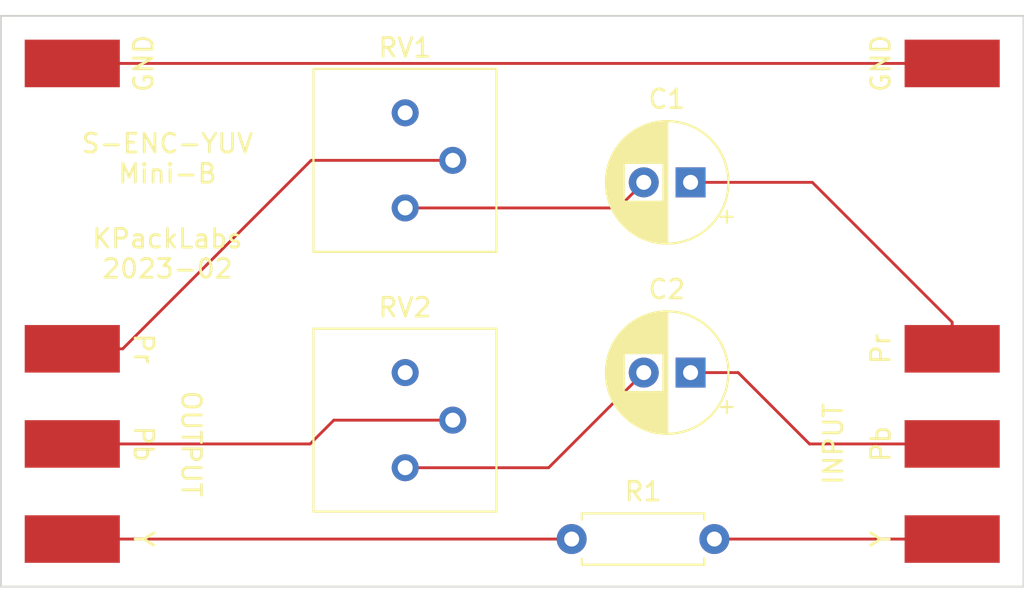
<source format=kicad_pcb>
(kicad_pcb (version 20171130) (host pcbnew "(5.1.5)-3")

  (general
    (thickness 1.6)
    (drawings 14)
    (tracks 20)
    (zones 0)
    (modules 13)
    (nets 12)
  )

  (page A4)
  (layers
    (0 Top signal)
    (31 Bottom signal)
    (34 B.Paste user)
    (35 F.Paste user)
    (36 B.SilkS user)
    (37 F.SilkS user)
    (38 B.Mask user)
    (39 F.Mask user)
    (40 Dwgs.User user)
    (41 Cmts.User user)
    (42 Eco1.User user)
    (43 Eco2.User user)
    (44 Edge.Cuts user)
    (45 Margin user)
    (46 B.CrtYd user)
    (47 F.CrtYd user)
    (48 B.Fab user)
    (49 F.Fab user)
  )

  (setup
    (last_trace_width 0.1524)
    (trace_clearance 0.1524)
    (zone_clearance 0.508)
    (zone_45_only no)
    (trace_min 0.1524)
    (via_size 0.508)
    (via_drill 0.254)
    (via_min_size 0.508)
    (via_min_drill 0.254)
    (uvia_size 0.508)
    (uvia_drill 0.254)
    (uvias_allowed no)
    (uvia_min_size 0.2)
    (uvia_min_drill 0.1)
    (edge_width 0.15)
    (segment_width 0.2)
    (pcb_text_width 0.3)
    (pcb_text_size 1.5 1.5)
    (mod_edge_width 0.15)
    (mod_text_size 1 1)
    (mod_text_width 0.15)
    (pad_size 1.524 1.524)
    (pad_drill 0.762)
    (pad_to_mask_clearance 0.0508)
    (aux_axis_origin 0 0)
    (visible_elements 7FFFFFFF)
    (pcbplotparams
      (layerselection 0x010fc_ffffffff)
      (usegerberextensions false)
      (usegerberattributes false)
      (usegerberadvancedattributes false)
      (creategerberjobfile false)
      (excludeedgelayer true)
      (linewidth 0.100000)
      (plotframeref false)
      (viasonmask false)
      (mode 1)
      (useauxorigin false)
      (hpglpennumber 1)
      (hpglpenspeed 20)
      (hpglpendiameter 15.000000)
      (psnegative false)
      (psa4output false)
      (plotreference true)
      (plotvalue true)
      (plotinvisibletext false)
      (padsonsilk false)
      (subtractmaskfromsilk false)
      (outputformat 1)
      (mirror false)
      (drillshape 1)
      (scaleselection 1)
      (outputdirectory ""))
  )

  (net 0 "")
  (net 1 "Net-(C1-Pad2)")
  (net 2 "Net-(C1-Pad1)")
  (net 3 "Net-(C2-Pad2)")
  (net 4 "Net-(C2-Pad1)")
  (net 5 GND)
  (net 6 "Net-(J4-Pad1)")
  (net 7 "Net-(J6-Pad1)")
  (net 8 "Net-(J7-Pad1)")
  (net 9 "Net-(J8-Pad1)")
  (net 10 "Net-(RV1-Pad3)")
  (net 11 "Net-(RV2-Pad3)")

  (net_class Default "This is the default net class."
    (clearance 0.1524)
    (trace_width 0.1524)
    (via_dia 0.508)
    (via_drill 0.254)
    (uvia_dia 0.508)
    (uvia_drill 0.254)
    (diff_pair_width 0.1524)
    (diff_pair_gap 0.1524)
    (add_net GND)
    (add_net "Net-(C1-Pad1)")
    (add_net "Net-(C1-Pad2)")
    (add_net "Net-(C2-Pad1)")
    (add_net "Net-(C2-Pad2)")
    (add_net "Net-(J4-Pad1)")
    (add_net "Net-(J6-Pad1)")
    (add_net "Net-(J7-Pad1)")
    (add_net "Net-(J8-Pad1)")
    (add_net "Net-(RV1-Pad3)")
    (add_net "Net-(RV2-Pad3)")
  )

  (module Connector_Wire:SolderWirePad_1x01_SMD_5x10mm (layer Top) (tedit 63F2BBFE) (tstamp 63F3152B)
    (at 67.31 66.04)
    (descr "Wire Pad, Square, SMD Pad,  5mm x 10mm,")
    (tags "MesurementPoint Square SMDPad 5mmx10mm ")
    (path /63F38233)
    (attr smd virtual)
    (fp_text reference J8 (at 0 -2.54) (layer F.Fab)
      (effects (font (size 1 1) (thickness 0.15)))
    )
    (fp_text value "Y out" (at 0 2.54) (layer F.Fab)
      (effects (font (size 1 1) (thickness 0.15)))
    )
    (fp_line (start -2.75 -1.524) (end -2.75 1.524) (layer F.CrtYd) (width 0.05))
    (fp_line (start -2.75 1.524) (end 2.75 1.524) (layer F.CrtYd) (width 0.05))
    (fp_line (start 2.75 1.524) (end 2.75 -1.524) (layer F.CrtYd) (width 0.05))
    (fp_line (start 2.75 -1.524) (end -2.75 -1.524) (layer F.CrtYd) (width 0.05))
    (fp_text user %R (at 0 0) (layer F.Fab)
      (effects (font (size 1 1) (thickness 0.15)))
    )
    (pad 1 smd rect (at 0 0) (size 5.08 2.54) (layers Top F.Paste F.Mask)
      (net 9 "Net-(J8-Pad1)"))
  )

  (module Connector_Wire:SolderWirePad_1x01_SMD_5x10mm (layer Top) (tedit 63F2BBDE) (tstamp 63F3150D)
    (at 67.31 40.64)
    (descr "Wire Pad, Square, SMD Pad,  5mm x 10mm,")
    (tags "MesurementPoint Square SMDPad 5mmx10mm ")
    (path /63F3765F)
    (attr smd virtual)
    (fp_text reference J5 (at 0 -2.54) (layer F.Fab)
      (effects (font (size 1 1) (thickness 0.15)))
    )
    (fp_text value GND (at 3.81 0 -90) (layer F.SilkS)
      (effects (font (size 1 1) (thickness 0.15)))
    )
    (fp_line (start -2.75 -1.524) (end -2.75 1.524) (layer F.CrtYd) (width 0.05))
    (fp_line (start -2.75 1.524) (end 2.75 1.524) (layer F.CrtYd) (width 0.05))
    (fp_line (start 2.75 1.524) (end 2.75 -1.524) (layer F.CrtYd) (width 0.05))
    (fp_line (start 2.75 -1.524) (end -2.75 -1.524) (layer F.CrtYd) (width 0.05))
    (fp_text user %R (at 0 0) (layer F.Fab)
      (effects (font (size 1 1) (thickness 0.15)))
    )
    (pad 1 smd rect (at 0 0) (size 5.08 2.54) (layers Top F.Paste F.Mask)
      (net 5 GND))
  )

  (module Connector_Wire:SolderWirePad_1x01_SMD_5x10mm (layer Top) (tedit 63F2BBBD) (tstamp 63F31521)
    (at 67.31 60.96)
    (descr "Wire Pad, Square, SMD Pad,  5mm x 10mm,")
    (tags "MesurementPoint Square SMDPad 5mmx10mm ")
    (path /63F341C0)
    (attr smd virtual)
    (fp_text reference J7 (at 0 -2.54) (layer F.Fab)
      (effects (font (size 1 1) (thickness 0.15)))
    )
    (fp_text value "Pb out" (at 0 2.54) (layer F.Fab)
      (effects (font (size 1 1) (thickness 0.15)))
    )
    (fp_line (start -2.75 -1.524) (end -2.75 1.524) (layer F.CrtYd) (width 0.05))
    (fp_line (start -2.75 1.524) (end 2.75 1.524) (layer F.CrtYd) (width 0.05))
    (fp_line (start 2.75 1.524) (end 2.75 -1.524) (layer F.CrtYd) (width 0.05))
    (fp_line (start 2.75 -1.524) (end -2.75 -1.524) (layer F.CrtYd) (width 0.05))
    (fp_text user %R (at 0 0) (layer F.Fab)
      (effects (font (size 1 1) (thickness 0.15)))
    )
    (pad 1 smd rect (at 0 0) (size 5.08 2.54) (layers Top F.Paste F.Mask)
      (net 8 "Net-(J7-Pad1)"))
  )

  (module Connector_Wire:SolderWirePad_1x01_SMD_5x10mm (layer Top) (tedit 63F2BB9A) (tstamp 63F31503)
    (at 114.3 66.04)
    (descr "Wire Pad, Square, SMD Pad,  5mm x 10mm,")
    (tags "MesurementPoint Square SMDPad 5mmx10mm ")
    (path /63F2B72C)
    (attr smd virtual)
    (fp_text reference J4 (at 0 -2.54) (layer F.Fab)
      (effects (font (size 1 1) (thickness 0.15)))
    )
    (fp_text value "Y in" (at 0 2.54) (layer F.Fab)
      (effects (font (size 1 1) (thickness 0.15)))
    )
    (fp_line (start -2.75 -1.524) (end -2.75 1.524) (layer F.CrtYd) (width 0.05))
    (fp_line (start -2.75 1.524) (end 2.75 1.524) (layer F.CrtYd) (width 0.05))
    (fp_line (start 2.75 1.524) (end 2.75 -1.524) (layer F.CrtYd) (width 0.05))
    (fp_line (start 2.75 -1.524) (end -2.75 -1.524) (layer F.CrtYd) (width 0.05))
    (fp_text user %R (at 0 0) (layer F.Fab)
      (effects (font (size 1 1) (thickness 0.15)))
    )
    (pad 1 smd rect (at 0 0) (size 5.08 2.54) (layers Top F.Paste F.Mask)
      (net 6 "Net-(J4-Pad1)"))
  )

  (module Connector_Wire:SolderWirePad_1x01_SMD_5x10mm (layer Top) (tedit 63F2BB70) (tstamp 63F31517)
    (at 67.31 55.88)
    (descr "Wire Pad, Square, SMD Pad,  5mm x 10mm,")
    (tags "MesurementPoint Square SMDPad 5mmx10mm ")
    (path /63F33158)
    (attr smd virtual)
    (fp_text reference J6 (at 0 -2.54) (layer F.Fab)
      (effects (font (size 1 1) (thickness 0.15)))
    )
    (fp_text value "Pr out" (at 0 2.54) (layer F.Fab)
      (effects (font (size 1 1) (thickness 0.15)))
    )
    (fp_line (start -2.75 -1.524) (end -2.75 1.524) (layer F.CrtYd) (width 0.05))
    (fp_line (start -2.75 1.524) (end 2.75 1.524) (layer F.CrtYd) (width 0.05))
    (fp_line (start 2.75 1.524) (end 2.75 -1.524) (layer F.CrtYd) (width 0.05))
    (fp_line (start 2.75 -1.524) (end -2.75 -1.524) (layer F.CrtYd) (width 0.05))
    (fp_text user %R (at 0 0) (layer F.Fab)
      (effects (font (size 1 1) (thickness 0.15)))
    )
    (pad 1 smd rect (at 0 0) (size 5.08 2.54) (layers Top F.Paste F.Mask)
      (net 7 "Net-(J6-Pad1)"))
  )

  (module Connector_Wire:SolderWirePad_1x01_SMD_5x10mm (layer Top) (tedit 63F2BB52) (tstamp 63F314F9)
    (at 114.3 60.96)
    (descr "Wire Pad, Square, SMD Pad,  5mm x 10mm,")
    (tags "MesurementPoint Square SMDPad 5mmx10mm ")
    (path /63F2BBD1)
    (attr smd virtual)
    (fp_text reference J3 (at 0 -2.54) (layer F.Fab)
      (effects (font (size 1 1) (thickness 0.15)))
    )
    (fp_text value "Pb in" (at 0 2.54) (layer F.Fab)
      (effects (font (size 1 1) (thickness 0.15)))
    )
    (fp_line (start -2.75 -1.524) (end -2.75 1.524) (layer F.CrtYd) (width 0.05))
    (fp_line (start -2.75 1.524) (end 2.75 1.524) (layer F.CrtYd) (width 0.05))
    (fp_line (start 2.75 1.524) (end 2.75 -1.524) (layer F.CrtYd) (width 0.05))
    (fp_line (start 2.75 -1.524) (end -2.75 -1.524) (layer F.CrtYd) (width 0.05))
    (fp_text user %R (at 0 0) (layer F.Fab)
      (effects (font (size 1 1) (thickness 0.15)))
    )
    (pad 1 smd rect (at 0 0) (size 5.08 2.54) (layers Top F.Paste F.Mask)
      (net 4 "Net-(C2-Pad1)"))
  )

  (module Connector_Wire:SolderWirePad_1x01_SMD_5x10mm (layer Top) (tedit 63F2BB2A) (tstamp 63F314EF)
    (at 114.3 55.88)
    (descr "Wire Pad, Square, SMD Pad,  5mm x 10mm,")
    (tags "MesurementPoint Square SMDPad 5mmx10mm ")
    (path /63F2BEFF)
    (attr smd virtual)
    (fp_text reference J2 (at 0 -2.54) (layer F.Fab)
      (effects (font (size 1 1) (thickness 0.15)))
    )
    (fp_text value "Pr in" (at 0 2.54) (layer F.Fab)
      (effects (font (size 1 1) (thickness 0.15)))
    )
    (fp_line (start -2.75 -1.524) (end -2.75 1.524) (layer F.CrtYd) (width 0.05))
    (fp_line (start -2.75 1.524) (end 2.75 1.524) (layer F.CrtYd) (width 0.05))
    (fp_line (start 2.75 1.524) (end 2.75 -1.524) (layer F.CrtYd) (width 0.05))
    (fp_line (start 2.75 -1.524) (end -2.75 -1.524) (layer F.CrtYd) (width 0.05))
    (fp_text user %R (at 0 0) (layer F.Fab)
      (effects (font (size 1 1) (thickness 0.15)))
    )
    (pad 1 smd rect (at 0 0) (size 5.08 2.54) (layers Top F.Paste F.Mask)
      (net 2 "Net-(C1-Pad1)"))
  )

  (module Connector_Wire:SolderWirePad_1x01_SMD_5x10mm (layer Top) (tedit 63F2BB04) (tstamp 63F314E5)
    (at 114.3 40.64)
    (descr "Wire Pad, Square, SMD Pad,  5mm x 10mm,")
    (tags "MesurementPoint Square SMDPad 5mmx10mm ")
    (path /63F2C262)
    (attr smd virtual)
    (fp_text reference J1 (at 0 -2.54) (layer F.Fab)
      (effects (font (size 1 1) (thickness 0.15)))
    )
    (fp_text value GND (at -3.81 0 90) (layer F.SilkS)
      (effects (font (size 1 1) (thickness 0.15)))
    )
    (fp_line (start -2.75 -1.524) (end -2.75 1.524) (layer F.CrtYd) (width 0.05))
    (fp_line (start -2.75 1.524) (end 2.75 1.524) (layer F.CrtYd) (width 0.05))
    (fp_line (start 2.75 1.524) (end 2.75 -1.524) (layer F.CrtYd) (width 0.05))
    (fp_line (start 2.75 -1.524) (end -2.75 -1.524) (layer F.CrtYd) (width 0.05))
    (fp_text user %R (at 0 0) (layer F.Fab)
      (effects (font (size 1 1) (thickness 0.15)))
    )
    (pad 1 smd rect (at 0 0) (size 5.08 2.54) (layers Top F.Paste F.Mask)
      (net 5 GND))
  )

  (module Potentiometer_THT:Potentiometer_Bourns_3386P_Vertical (layer Top) (tedit 5AA07388) (tstamp 63F31570)
    (at 85.09 62.23)
    (descr "Potentiometer, vertical, Bourns 3386P, https://www.bourns.com/pdfs/3386.pdf")
    (tags "Potentiometer vertical Bourns 3386P")
    (path /63F303B3)
    (fp_text reference RV2 (at -0.015 -8.555) (layer F.SilkS)
      (effects (font (size 1 1) (thickness 0.15)))
    )
    (fp_text value "100 ohm" (at -0.015 3.475) (layer F.Fab)
      (effects (font (size 1 1) (thickness 0.15)))
    )
    (fp_text user %R (at -3.78 -2.54 90) (layer F.Fab)
      (effects (font (size 1 1) (thickness 0.15)))
    )
    (fp_line (start 5 -7.56) (end -5.03 -7.56) (layer F.CrtYd) (width 0.05))
    (fp_line (start 5 2.48) (end 5 -7.56) (layer F.CrtYd) (width 0.05))
    (fp_line (start -5.03 2.48) (end 5 2.48) (layer F.CrtYd) (width 0.05))
    (fp_line (start -5.03 -7.56) (end -5.03 2.48) (layer F.CrtYd) (width 0.05))
    (fp_line (start 4.87 -7.425) (end 4.87 2.345) (layer F.SilkS) (width 0.12))
    (fp_line (start -4.9 -7.425) (end -4.9 2.345) (layer F.SilkS) (width 0.12))
    (fp_line (start -4.9 2.345) (end 4.87 2.345) (layer F.SilkS) (width 0.12))
    (fp_line (start -4.9 -7.425) (end 4.87 -7.425) (layer F.SilkS) (width 0.12))
    (fp_line (start -0.891 -0.98) (end -0.89 -4.099) (layer F.Fab) (width 0.1))
    (fp_line (start -0.891 -0.98) (end -0.89 -4.099) (layer F.Fab) (width 0.1))
    (fp_line (start 4.75 -7.305) (end -4.78 -7.305) (layer F.Fab) (width 0.1))
    (fp_line (start 4.75 2.225) (end 4.75 -7.305) (layer F.Fab) (width 0.1))
    (fp_line (start -4.78 2.225) (end 4.75 2.225) (layer F.Fab) (width 0.1))
    (fp_line (start -4.78 -7.305) (end -4.78 2.225) (layer F.Fab) (width 0.1))
    (fp_circle (center -0.891 -2.54) (end 0.684 -2.54) (layer F.Fab) (width 0.1))
    (pad 1 thru_hole circle (at 0 0) (size 1.44 1.44) (drill 0.8) (layers *.Cu *.Mask)
      (net 3 "Net-(C2-Pad2)"))
    (pad 2 thru_hole circle (at 2.54 -2.54) (size 1.44 1.44) (drill 0.8) (layers *.Cu *.Mask)
      (net 8 "Net-(J7-Pad1)"))
    (pad 3 thru_hole circle (at 0 -5.08) (size 1.44 1.44) (drill 0.8) (layers *.Cu *.Mask)
      (net 11 "Net-(RV2-Pad3)"))
    (model ${KISYS3DMOD}/Potentiometer_THT.3dshapes/Potentiometer_Bourns_3386P_Vertical.wrl
      (at (xyz 0 0 0))
      (scale (xyz 1 1 1))
      (rotate (xyz 0 0 0))
    )
  )

  (module Potentiometer_THT:Potentiometer_Bourns_3386P_Vertical (layer Top) (tedit 5AA07388) (tstamp 63F31559)
    (at 85.09 48.356)
    (descr "Potentiometer, vertical, Bourns 3386P, https://www.bourns.com/pdfs/3386.pdf")
    (tags "Potentiometer vertical Bourns 3386P")
    (path /63F2F325)
    (fp_text reference RV1 (at -0.015 -8.555) (layer F.SilkS)
      (effects (font (size 1 1) (thickness 0.15)))
    )
    (fp_text value "100 ohm" (at -0.015 3.475) (layer F.Fab)
      (effects (font (size 1 1) (thickness 0.15)))
    )
    (fp_text user %R (at -3.78 -2.54 90) (layer F.Fab)
      (effects (font (size 1 1) (thickness 0.15)))
    )
    (fp_line (start 5 -7.56) (end -5.03 -7.56) (layer F.CrtYd) (width 0.05))
    (fp_line (start 5 2.48) (end 5 -7.56) (layer F.CrtYd) (width 0.05))
    (fp_line (start -5.03 2.48) (end 5 2.48) (layer F.CrtYd) (width 0.05))
    (fp_line (start -5.03 -7.56) (end -5.03 2.48) (layer F.CrtYd) (width 0.05))
    (fp_line (start 4.87 -7.425) (end 4.87 2.345) (layer F.SilkS) (width 0.12))
    (fp_line (start -4.9 -7.425) (end -4.9 2.345) (layer F.SilkS) (width 0.12))
    (fp_line (start -4.9 2.345) (end 4.87 2.345) (layer F.SilkS) (width 0.12))
    (fp_line (start -4.9 -7.425) (end 4.87 -7.425) (layer F.SilkS) (width 0.12))
    (fp_line (start -0.891 -0.98) (end -0.89 -4.099) (layer F.Fab) (width 0.1))
    (fp_line (start -0.891 -0.98) (end -0.89 -4.099) (layer F.Fab) (width 0.1))
    (fp_line (start 4.75 -7.305) (end -4.78 -7.305) (layer F.Fab) (width 0.1))
    (fp_line (start 4.75 2.225) (end 4.75 -7.305) (layer F.Fab) (width 0.1))
    (fp_line (start -4.78 2.225) (end 4.75 2.225) (layer F.Fab) (width 0.1))
    (fp_line (start -4.78 -7.305) (end -4.78 2.225) (layer F.Fab) (width 0.1))
    (fp_circle (center -0.891 -2.54) (end 0.684 -2.54) (layer F.Fab) (width 0.1))
    (pad 1 thru_hole circle (at 0 0) (size 1.44 1.44) (drill 0.8) (layers *.Cu *.Mask)
      (net 1 "Net-(C1-Pad2)"))
    (pad 2 thru_hole circle (at 2.54 -2.54) (size 1.44 1.44) (drill 0.8) (layers *.Cu *.Mask)
      (net 7 "Net-(J6-Pad1)"))
    (pad 3 thru_hole circle (at 0 -5.08) (size 1.44 1.44) (drill 0.8) (layers *.Cu *.Mask)
      (net 10 "Net-(RV1-Pad3)"))
    (model ${KISYS3DMOD}/Potentiometer_THT.3dshapes/Potentiometer_Bourns_3386P_Vertical.wrl
      (at (xyz 0 0 0))
      (scale (xyz 1 1 1))
      (rotate (xyz 0 0 0))
    )
  )

  (module Resistor_THT:R_Axial_DIN0207_L6.3mm_D2.5mm_P7.62mm_Horizontal (layer Top) (tedit 5AE5139B) (tstamp 63F31542)
    (at 101.6 66.04 180)
    (descr "Resistor, Axial_DIN0207 series, Axial, Horizontal, pin pitch=7.62mm, 0.25W = 1/4W, length*diameter=6.3*2.5mm^2, http://cdn-reichelt.de/documents/datenblatt/B400/1_4W%23YAG.pdf")
    (tags "Resistor Axial_DIN0207 series Axial Horizontal pin pitch 7.62mm 0.25W = 1/4W length 6.3mm diameter 2.5mm")
    (path /63F2D2DE)
    (fp_text reference R1 (at 3.81 2.54) (layer F.SilkS)
      (effects (font (size 1 1) (thickness 0.15)))
    )
    (fp_text value "10 ohm" (at 3.81 2.37) (layer F.Fab)
      (effects (font (size 1 1) (thickness 0.15)))
    )
    (fp_text user %R (at 3.81 0) (layer F.Fab)
      (effects (font (size 1 1) (thickness 0.15)))
    )
    (fp_line (start 8.67 -1.5) (end -1.05 -1.5) (layer F.CrtYd) (width 0.05))
    (fp_line (start 8.67 1.5) (end 8.67 -1.5) (layer F.CrtYd) (width 0.05))
    (fp_line (start -1.05 1.5) (end 8.67 1.5) (layer F.CrtYd) (width 0.05))
    (fp_line (start -1.05 -1.5) (end -1.05 1.5) (layer F.CrtYd) (width 0.05))
    (fp_line (start 7.08 1.37) (end 7.08 1.04) (layer F.SilkS) (width 0.12))
    (fp_line (start 0.54 1.37) (end 7.08 1.37) (layer F.SilkS) (width 0.12))
    (fp_line (start 0.54 1.04) (end 0.54 1.37) (layer F.SilkS) (width 0.12))
    (fp_line (start 7.08 -1.37) (end 7.08 -1.04) (layer F.SilkS) (width 0.12))
    (fp_line (start 0.54 -1.37) (end 7.08 -1.37) (layer F.SilkS) (width 0.12))
    (fp_line (start 0.54 -1.04) (end 0.54 -1.37) (layer F.SilkS) (width 0.12))
    (fp_line (start 7.62 0) (end 6.96 0) (layer F.Fab) (width 0.1))
    (fp_line (start 0 0) (end 0.66 0) (layer F.Fab) (width 0.1))
    (fp_line (start 6.96 -1.25) (end 0.66 -1.25) (layer F.Fab) (width 0.1))
    (fp_line (start 6.96 1.25) (end 6.96 -1.25) (layer F.Fab) (width 0.1))
    (fp_line (start 0.66 1.25) (end 6.96 1.25) (layer F.Fab) (width 0.1))
    (fp_line (start 0.66 -1.25) (end 0.66 1.25) (layer F.Fab) (width 0.1))
    (pad 2 thru_hole oval (at 7.62 0 180) (size 1.6 1.6) (drill 0.8) (layers *.Cu *.Mask)
      (net 9 "Net-(J8-Pad1)"))
    (pad 1 thru_hole circle (at 0 0 180) (size 1.6 1.6) (drill 0.8) (layers *.Cu *.Mask)
      (net 6 "Net-(J4-Pad1)"))
    (model ${KISYS3DMOD}/Resistor_THT.3dshapes/R_Axial_DIN0207_L6.3mm_D2.5mm_P7.62mm_Horizontal.wrl
      (at (xyz 0 0 0))
      (scale (xyz 1 1 1))
      (rotate (xyz 0 0 0))
    )
  )

  (module Capacitor_THT:CP_Radial_D6.3mm_P2.50mm (layer Top) (tedit 5AE50EF0) (tstamp 63F314DB)
    (at 100.33 57.15 180)
    (descr "CP, Radial series, Radial, pin pitch=2.50mm, , diameter=6.3mm, Electrolytic Capacitor")
    (tags "CP Radial series Radial pin pitch 2.50mm  diameter 6.3mm Electrolytic Capacitor")
    (path /63F2D870)
    (fp_text reference C2 (at 1.27 4.445) (layer F.SilkS)
      (effects (font (size 1 1) (thickness 0.15)))
    )
    (fp_text value "220 uF" (at 1.25 4.4) (layer F.Fab)
      (effects (font (size 1 1) (thickness 0.15)))
    )
    (fp_text user %R (at 1.25 0) (layer F.Fab)
      (effects (font (size 1 1) (thickness 0.15)))
    )
    (fp_line (start -1.935241 -2.154) (end -1.935241 -1.524) (layer F.SilkS) (width 0.12))
    (fp_line (start -2.250241 -1.839) (end -1.620241 -1.839) (layer F.SilkS) (width 0.12))
    (fp_line (start 4.491 -0.402) (end 4.491 0.402) (layer F.SilkS) (width 0.12))
    (fp_line (start 4.451 -0.633) (end 4.451 0.633) (layer F.SilkS) (width 0.12))
    (fp_line (start 4.411 -0.802) (end 4.411 0.802) (layer F.SilkS) (width 0.12))
    (fp_line (start 4.371 -0.94) (end 4.371 0.94) (layer F.SilkS) (width 0.12))
    (fp_line (start 4.331 -1.059) (end 4.331 1.059) (layer F.SilkS) (width 0.12))
    (fp_line (start 4.291 -1.165) (end 4.291 1.165) (layer F.SilkS) (width 0.12))
    (fp_line (start 4.251 -1.262) (end 4.251 1.262) (layer F.SilkS) (width 0.12))
    (fp_line (start 4.211 -1.35) (end 4.211 1.35) (layer F.SilkS) (width 0.12))
    (fp_line (start 4.171 -1.432) (end 4.171 1.432) (layer F.SilkS) (width 0.12))
    (fp_line (start 4.131 -1.509) (end 4.131 1.509) (layer F.SilkS) (width 0.12))
    (fp_line (start 4.091 -1.581) (end 4.091 1.581) (layer F.SilkS) (width 0.12))
    (fp_line (start 4.051 -1.65) (end 4.051 1.65) (layer F.SilkS) (width 0.12))
    (fp_line (start 4.011 -1.714) (end 4.011 1.714) (layer F.SilkS) (width 0.12))
    (fp_line (start 3.971 -1.776) (end 3.971 1.776) (layer F.SilkS) (width 0.12))
    (fp_line (start 3.931 -1.834) (end 3.931 1.834) (layer F.SilkS) (width 0.12))
    (fp_line (start 3.891 -1.89) (end 3.891 1.89) (layer F.SilkS) (width 0.12))
    (fp_line (start 3.851 -1.944) (end 3.851 1.944) (layer F.SilkS) (width 0.12))
    (fp_line (start 3.811 -1.995) (end 3.811 1.995) (layer F.SilkS) (width 0.12))
    (fp_line (start 3.771 -2.044) (end 3.771 2.044) (layer F.SilkS) (width 0.12))
    (fp_line (start 3.731 -2.092) (end 3.731 2.092) (layer F.SilkS) (width 0.12))
    (fp_line (start 3.691 -2.137) (end 3.691 2.137) (layer F.SilkS) (width 0.12))
    (fp_line (start 3.651 -2.182) (end 3.651 2.182) (layer F.SilkS) (width 0.12))
    (fp_line (start 3.611 -2.224) (end 3.611 2.224) (layer F.SilkS) (width 0.12))
    (fp_line (start 3.571 -2.265) (end 3.571 2.265) (layer F.SilkS) (width 0.12))
    (fp_line (start 3.531 1.04) (end 3.531 2.305) (layer F.SilkS) (width 0.12))
    (fp_line (start 3.531 -2.305) (end 3.531 -1.04) (layer F.SilkS) (width 0.12))
    (fp_line (start 3.491 1.04) (end 3.491 2.343) (layer F.SilkS) (width 0.12))
    (fp_line (start 3.491 -2.343) (end 3.491 -1.04) (layer F.SilkS) (width 0.12))
    (fp_line (start 3.451 1.04) (end 3.451 2.38) (layer F.SilkS) (width 0.12))
    (fp_line (start 3.451 -2.38) (end 3.451 -1.04) (layer F.SilkS) (width 0.12))
    (fp_line (start 3.411 1.04) (end 3.411 2.416) (layer F.SilkS) (width 0.12))
    (fp_line (start 3.411 -2.416) (end 3.411 -1.04) (layer F.SilkS) (width 0.12))
    (fp_line (start 3.371 1.04) (end 3.371 2.45) (layer F.SilkS) (width 0.12))
    (fp_line (start 3.371 -2.45) (end 3.371 -1.04) (layer F.SilkS) (width 0.12))
    (fp_line (start 3.331 1.04) (end 3.331 2.484) (layer F.SilkS) (width 0.12))
    (fp_line (start 3.331 -2.484) (end 3.331 -1.04) (layer F.SilkS) (width 0.12))
    (fp_line (start 3.291 1.04) (end 3.291 2.516) (layer F.SilkS) (width 0.12))
    (fp_line (start 3.291 -2.516) (end 3.291 -1.04) (layer F.SilkS) (width 0.12))
    (fp_line (start 3.251 1.04) (end 3.251 2.548) (layer F.SilkS) (width 0.12))
    (fp_line (start 3.251 -2.548) (end 3.251 -1.04) (layer F.SilkS) (width 0.12))
    (fp_line (start 3.211 1.04) (end 3.211 2.578) (layer F.SilkS) (width 0.12))
    (fp_line (start 3.211 -2.578) (end 3.211 -1.04) (layer F.SilkS) (width 0.12))
    (fp_line (start 3.171 1.04) (end 3.171 2.607) (layer F.SilkS) (width 0.12))
    (fp_line (start 3.171 -2.607) (end 3.171 -1.04) (layer F.SilkS) (width 0.12))
    (fp_line (start 3.131 1.04) (end 3.131 2.636) (layer F.SilkS) (width 0.12))
    (fp_line (start 3.131 -2.636) (end 3.131 -1.04) (layer F.SilkS) (width 0.12))
    (fp_line (start 3.091 1.04) (end 3.091 2.664) (layer F.SilkS) (width 0.12))
    (fp_line (start 3.091 -2.664) (end 3.091 -1.04) (layer F.SilkS) (width 0.12))
    (fp_line (start 3.051 1.04) (end 3.051 2.69) (layer F.SilkS) (width 0.12))
    (fp_line (start 3.051 -2.69) (end 3.051 -1.04) (layer F.SilkS) (width 0.12))
    (fp_line (start 3.011 1.04) (end 3.011 2.716) (layer F.SilkS) (width 0.12))
    (fp_line (start 3.011 -2.716) (end 3.011 -1.04) (layer F.SilkS) (width 0.12))
    (fp_line (start 2.971 1.04) (end 2.971 2.742) (layer F.SilkS) (width 0.12))
    (fp_line (start 2.971 -2.742) (end 2.971 -1.04) (layer F.SilkS) (width 0.12))
    (fp_line (start 2.931 1.04) (end 2.931 2.766) (layer F.SilkS) (width 0.12))
    (fp_line (start 2.931 -2.766) (end 2.931 -1.04) (layer F.SilkS) (width 0.12))
    (fp_line (start 2.891 1.04) (end 2.891 2.79) (layer F.SilkS) (width 0.12))
    (fp_line (start 2.891 -2.79) (end 2.891 -1.04) (layer F.SilkS) (width 0.12))
    (fp_line (start 2.851 1.04) (end 2.851 2.812) (layer F.SilkS) (width 0.12))
    (fp_line (start 2.851 -2.812) (end 2.851 -1.04) (layer F.SilkS) (width 0.12))
    (fp_line (start 2.811 1.04) (end 2.811 2.834) (layer F.SilkS) (width 0.12))
    (fp_line (start 2.811 -2.834) (end 2.811 -1.04) (layer F.SilkS) (width 0.12))
    (fp_line (start 2.771 1.04) (end 2.771 2.856) (layer F.SilkS) (width 0.12))
    (fp_line (start 2.771 -2.856) (end 2.771 -1.04) (layer F.SilkS) (width 0.12))
    (fp_line (start 2.731 1.04) (end 2.731 2.876) (layer F.SilkS) (width 0.12))
    (fp_line (start 2.731 -2.876) (end 2.731 -1.04) (layer F.SilkS) (width 0.12))
    (fp_line (start 2.691 1.04) (end 2.691 2.896) (layer F.SilkS) (width 0.12))
    (fp_line (start 2.691 -2.896) (end 2.691 -1.04) (layer F.SilkS) (width 0.12))
    (fp_line (start 2.651 1.04) (end 2.651 2.916) (layer F.SilkS) (width 0.12))
    (fp_line (start 2.651 -2.916) (end 2.651 -1.04) (layer F.SilkS) (width 0.12))
    (fp_line (start 2.611 1.04) (end 2.611 2.934) (layer F.SilkS) (width 0.12))
    (fp_line (start 2.611 -2.934) (end 2.611 -1.04) (layer F.SilkS) (width 0.12))
    (fp_line (start 2.571 1.04) (end 2.571 2.952) (layer F.SilkS) (width 0.12))
    (fp_line (start 2.571 -2.952) (end 2.571 -1.04) (layer F.SilkS) (width 0.12))
    (fp_line (start 2.531 1.04) (end 2.531 2.97) (layer F.SilkS) (width 0.12))
    (fp_line (start 2.531 -2.97) (end 2.531 -1.04) (layer F.SilkS) (width 0.12))
    (fp_line (start 2.491 1.04) (end 2.491 2.986) (layer F.SilkS) (width 0.12))
    (fp_line (start 2.491 -2.986) (end 2.491 -1.04) (layer F.SilkS) (width 0.12))
    (fp_line (start 2.451 1.04) (end 2.451 3.002) (layer F.SilkS) (width 0.12))
    (fp_line (start 2.451 -3.002) (end 2.451 -1.04) (layer F.SilkS) (width 0.12))
    (fp_line (start 2.411 1.04) (end 2.411 3.018) (layer F.SilkS) (width 0.12))
    (fp_line (start 2.411 -3.018) (end 2.411 -1.04) (layer F.SilkS) (width 0.12))
    (fp_line (start 2.371 1.04) (end 2.371 3.033) (layer F.SilkS) (width 0.12))
    (fp_line (start 2.371 -3.033) (end 2.371 -1.04) (layer F.SilkS) (width 0.12))
    (fp_line (start 2.331 1.04) (end 2.331 3.047) (layer F.SilkS) (width 0.12))
    (fp_line (start 2.331 -3.047) (end 2.331 -1.04) (layer F.SilkS) (width 0.12))
    (fp_line (start 2.291 1.04) (end 2.291 3.061) (layer F.SilkS) (width 0.12))
    (fp_line (start 2.291 -3.061) (end 2.291 -1.04) (layer F.SilkS) (width 0.12))
    (fp_line (start 2.251 1.04) (end 2.251 3.074) (layer F.SilkS) (width 0.12))
    (fp_line (start 2.251 -3.074) (end 2.251 -1.04) (layer F.SilkS) (width 0.12))
    (fp_line (start 2.211 1.04) (end 2.211 3.086) (layer F.SilkS) (width 0.12))
    (fp_line (start 2.211 -3.086) (end 2.211 -1.04) (layer F.SilkS) (width 0.12))
    (fp_line (start 2.171 1.04) (end 2.171 3.098) (layer F.SilkS) (width 0.12))
    (fp_line (start 2.171 -3.098) (end 2.171 -1.04) (layer F.SilkS) (width 0.12))
    (fp_line (start 2.131 1.04) (end 2.131 3.11) (layer F.SilkS) (width 0.12))
    (fp_line (start 2.131 -3.11) (end 2.131 -1.04) (layer F.SilkS) (width 0.12))
    (fp_line (start 2.091 1.04) (end 2.091 3.121) (layer F.SilkS) (width 0.12))
    (fp_line (start 2.091 -3.121) (end 2.091 -1.04) (layer F.SilkS) (width 0.12))
    (fp_line (start 2.051 1.04) (end 2.051 3.131) (layer F.SilkS) (width 0.12))
    (fp_line (start 2.051 -3.131) (end 2.051 -1.04) (layer F.SilkS) (width 0.12))
    (fp_line (start 2.011 1.04) (end 2.011 3.141) (layer F.SilkS) (width 0.12))
    (fp_line (start 2.011 -3.141) (end 2.011 -1.04) (layer F.SilkS) (width 0.12))
    (fp_line (start 1.971 1.04) (end 1.971 3.15) (layer F.SilkS) (width 0.12))
    (fp_line (start 1.971 -3.15) (end 1.971 -1.04) (layer F.SilkS) (width 0.12))
    (fp_line (start 1.93 1.04) (end 1.93 3.159) (layer F.SilkS) (width 0.12))
    (fp_line (start 1.93 -3.159) (end 1.93 -1.04) (layer F.SilkS) (width 0.12))
    (fp_line (start 1.89 1.04) (end 1.89 3.167) (layer F.SilkS) (width 0.12))
    (fp_line (start 1.89 -3.167) (end 1.89 -1.04) (layer F.SilkS) (width 0.12))
    (fp_line (start 1.85 1.04) (end 1.85 3.175) (layer F.SilkS) (width 0.12))
    (fp_line (start 1.85 -3.175) (end 1.85 -1.04) (layer F.SilkS) (width 0.12))
    (fp_line (start 1.81 1.04) (end 1.81 3.182) (layer F.SilkS) (width 0.12))
    (fp_line (start 1.81 -3.182) (end 1.81 -1.04) (layer F.SilkS) (width 0.12))
    (fp_line (start 1.77 1.04) (end 1.77 3.189) (layer F.SilkS) (width 0.12))
    (fp_line (start 1.77 -3.189) (end 1.77 -1.04) (layer F.SilkS) (width 0.12))
    (fp_line (start 1.73 1.04) (end 1.73 3.195) (layer F.SilkS) (width 0.12))
    (fp_line (start 1.73 -3.195) (end 1.73 -1.04) (layer F.SilkS) (width 0.12))
    (fp_line (start 1.69 1.04) (end 1.69 3.201) (layer F.SilkS) (width 0.12))
    (fp_line (start 1.69 -3.201) (end 1.69 -1.04) (layer F.SilkS) (width 0.12))
    (fp_line (start 1.65 1.04) (end 1.65 3.206) (layer F.SilkS) (width 0.12))
    (fp_line (start 1.65 -3.206) (end 1.65 -1.04) (layer F.SilkS) (width 0.12))
    (fp_line (start 1.61 1.04) (end 1.61 3.211) (layer F.SilkS) (width 0.12))
    (fp_line (start 1.61 -3.211) (end 1.61 -1.04) (layer F.SilkS) (width 0.12))
    (fp_line (start 1.57 1.04) (end 1.57 3.215) (layer F.SilkS) (width 0.12))
    (fp_line (start 1.57 -3.215) (end 1.57 -1.04) (layer F.SilkS) (width 0.12))
    (fp_line (start 1.53 1.04) (end 1.53 3.218) (layer F.SilkS) (width 0.12))
    (fp_line (start 1.53 -3.218) (end 1.53 -1.04) (layer F.SilkS) (width 0.12))
    (fp_line (start 1.49 1.04) (end 1.49 3.222) (layer F.SilkS) (width 0.12))
    (fp_line (start 1.49 -3.222) (end 1.49 -1.04) (layer F.SilkS) (width 0.12))
    (fp_line (start 1.45 -3.224) (end 1.45 3.224) (layer F.SilkS) (width 0.12))
    (fp_line (start 1.41 -3.227) (end 1.41 3.227) (layer F.SilkS) (width 0.12))
    (fp_line (start 1.37 -3.228) (end 1.37 3.228) (layer F.SilkS) (width 0.12))
    (fp_line (start 1.33 -3.23) (end 1.33 3.23) (layer F.SilkS) (width 0.12))
    (fp_line (start 1.29 -3.23) (end 1.29 3.23) (layer F.SilkS) (width 0.12))
    (fp_line (start 1.25 -3.23) (end 1.25 3.23) (layer F.SilkS) (width 0.12))
    (fp_line (start -1.128972 -1.6885) (end -1.128972 -1.0585) (layer F.Fab) (width 0.1))
    (fp_line (start -1.443972 -1.3735) (end -0.813972 -1.3735) (layer F.Fab) (width 0.1))
    (fp_circle (center 1.25 0) (end 4.65 0) (layer F.CrtYd) (width 0.05))
    (fp_circle (center 1.25 0) (end 4.52 0) (layer F.SilkS) (width 0.12))
    (fp_circle (center 1.25 0) (end 4.4 0) (layer F.Fab) (width 0.1))
    (pad 2 thru_hole circle (at 2.5 0 180) (size 1.6 1.6) (drill 0.8) (layers *.Cu *.Mask)
      (net 3 "Net-(C2-Pad2)"))
    (pad 1 thru_hole rect (at 0 0 180) (size 1.6 1.6) (drill 0.8) (layers *.Cu *.Mask)
      (net 4 "Net-(C2-Pad1)"))
    (model ${KISYS3DMOD}/Capacitor_THT.3dshapes/CP_Radial_D6.3mm_P2.50mm.wrl
      (at (xyz 0 0 0))
      (scale (xyz 1 1 1))
      (rotate (xyz 0 0 0))
    )
  )

  (module Capacitor_THT:CP_Radial_D6.3mm_P2.50mm (layer Top) (tedit 5AE50EF0) (tstamp 63F31447)
    (at 100.33 46.99 180)
    (descr "CP, Radial series, Radial, pin pitch=2.50mm, , diameter=6.3mm, Electrolytic Capacitor")
    (tags "CP Radial series Radial pin pitch 2.50mm  diameter 6.3mm Electrolytic Capacitor")
    (path /63F2E6B0)
    (fp_text reference C1 (at 1.27 4.445) (layer F.SilkS)
      (effects (font (size 1 1) (thickness 0.15)))
    )
    (fp_text value "220 uF" (at 1.25 4.4) (layer F.Fab)
      (effects (font (size 1 1) (thickness 0.15)))
    )
    (fp_text user %R (at 1.25 0) (layer F.Fab)
      (effects (font (size 1 1) (thickness 0.15)))
    )
    (fp_line (start -1.935241 -2.154) (end -1.935241 -1.524) (layer F.SilkS) (width 0.12))
    (fp_line (start -2.250241 -1.839) (end -1.620241 -1.839) (layer F.SilkS) (width 0.12))
    (fp_line (start 4.491 -0.402) (end 4.491 0.402) (layer F.SilkS) (width 0.12))
    (fp_line (start 4.451 -0.633) (end 4.451 0.633) (layer F.SilkS) (width 0.12))
    (fp_line (start 4.411 -0.802) (end 4.411 0.802) (layer F.SilkS) (width 0.12))
    (fp_line (start 4.371 -0.94) (end 4.371 0.94) (layer F.SilkS) (width 0.12))
    (fp_line (start 4.331 -1.059) (end 4.331 1.059) (layer F.SilkS) (width 0.12))
    (fp_line (start 4.291 -1.165) (end 4.291 1.165) (layer F.SilkS) (width 0.12))
    (fp_line (start 4.251 -1.262) (end 4.251 1.262) (layer F.SilkS) (width 0.12))
    (fp_line (start 4.211 -1.35) (end 4.211 1.35) (layer F.SilkS) (width 0.12))
    (fp_line (start 4.171 -1.432) (end 4.171 1.432) (layer F.SilkS) (width 0.12))
    (fp_line (start 4.131 -1.509) (end 4.131 1.509) (layer F.SilkS) (width 0.12))
    (fp_line (start 4.091 -1.581) (end 4.091 1.581) (layer F.SilkS) (width 0.12))
    (fp_line (start 4.051 -1.65) (end 4.051 1.65) (layer F.SilkS) (width 0.12))
    (fp_line (start 4.011 -1.714) (end 4.011 1.714) (layer F.SilkS) (width 0.12))
    (fp_line (start 3.971 -1.776) (end 3.971 1.776) (layer F.SilkS) (width 0.12))
    (fp_line (start 3.931 -1.834) (end 3.931 1.834) (layer F.SilkS) (width 0.12))
    (fp_line (start 3.891 -1.89) (end 3.891 1.89) (layer F.SilkS) (width 0.12))
    (fp_line (start 3.851 -1.944) (end 3.851 1.944) (layer F.SilkS) (width 0.12))
    (fp_line (start 3.811 -1.995) (end 3.811 1.995) (layer F.SilkS) (width 0.12))
    (fp_line (start 3.771 -2.044) (end 3.771 2.044) (layer F.SilkS) (width 0.12))
    (fp_line (start 3.731 -2.092) (end 3.731 2.092) (layer F.SilkS) (width 0.12))
    (fp_line (start 3.691 -2.137) (end 3.691 2.137) (layer F.SilkS) (width 0.12))
    (fp_line (start 3.651 -2.182) (end 3.651 2.182) (layer F.SilkS) (width 0.12))
    (fp_line (start 3.611 -2.224) (end 3.611 2.224) (layer F.SilkS) (width 0.12))
    (fp_line (start 3.571 -2.265) (end 3.571 2.265) (layer F.SilkS) (width 0.12))
    (fp_line (start 3.531 1.04) (end 3.531 2.305) (layer F.SilkS) (width 0.12))
    (fp_line (start 3.531 -2.305) (end 3.531 -1.04) (layer F.SilkS) (width 0.12))
    (fp_line (start 3.491 1.04) (end 3.491 2.343) (layer F.SilkS) (width 0.12))
    (fp_line (start 3.491 -2.343) (end 3.491 -1.04) (layer F.SilkS) (width 0.12))
    (fp_line (start 3.451 1.04) (end 3.451 2.38) (layer F.SilkS) (width 0.12))
    (fp_line (start 3.451 -2.38) (end 3.451 -1.04) (layer F.SilkS) (width 0.12))
    (fp_line (start 3.411 1.04) (end 3.411 2.416) (layer F.SilkS) (width 0.12))
    (fp_line (start 3.411 -2.416) (end 3.411 -1.04) (layer F.SilkS) (width 0.12))
    (fp_line (start 3.371 1.04) (end 3.371 2.45) (layer F.SilkS) (width 0.12))
    (fp_line (start 3.371 -2.45) (end 3.371 -1.04) (layer F.SilkS) (width 0.12))
    (fp_line (start 3.331 1.04) (end 3.331 2.484) (layer F.SilkS) (width 0.12))
    (fp_line (start 3.331 -2.484) (end 3.331 -1.04) (layer F.SilkS) (width 0.12))
    (fp_line (start 3.291 1.04) (end 3.291 2.516) (layer F.SilkS) (width 0.12))
    (fp_line (start 3.291 -2.516) (end 3.291 -1.04) (layer F.SilkS) (width 0.12))
    (fp_line (start 3.251 1.04) (end 3.251 2.548) (layer F.SilkS) (width 0.12))
    (fp_line (start 3.251 -2.548) (end 3.251 -1.04) (layer F.SilkS) (width 0.12))
    (fp_line (start 3.211 1.04) (end 3.211 2.578) (layer F.SilkS) (width 0.12))
    (fp_line (start 3.211 -2.578) (end 3.211 -1.04) (layer F.SilkS) (width 0.12))
    (fp_line (start 3.171 1.04) (end 3.171 2.607) (layer F.SilkS) (width 0.12))
    (fp_line (start 3.171 -2.607) (end 3.171 -1.04) (layer F.SilkS) (width 0.12))
    (fp_line (start 3.131 1.04) (end 3.131 2.636) (layer F.SilkS) (width 0.12))
    (fp_line (start 3.131 -2.636) (end 3.131 -1.04) (layer F.SilkS) (width 0.12))
    (fp_line (start 3.091 1.04) (end 3.091 2.664) (layer F.SilkS) (width 0.12))
    (fp_line (start 3.091 -2.664) (end 3.091 -1.04) (layer F.SilkS) (width 0.12))
    (fp_line (start 3.051 1.04) (end 3.051 2.69) (layer F.SilkS) (width 0.12))
    (fp_line (start 3.051 -2.69) (end 3.051 -1.04) (layer F.SilkS) (width 0.12))
    (fp_line (start 3.011 1.04) (end 3.011 2.716) (layer F.SilkS) (width 0.12))
    (fp_line (start 3.011 -2.716) (end 3.011 -1.04) (layer F.SilkS) (width 0.12))
    (fp_line (start 2.971 1.04) (end 2.971 2.742) (layer F.SilkS) (width 0.12))
    (fp_line (start 2.971 -2.742) (end 2.971 -1.04) (layer F.SilkS) (width 0.12))
    (fp_line (start 2.931 1.04) (end 2.931 2.766) (layer F.SilkS) (width 0.12))
    (fp_line (start 2.931 -2.766) (end 2.931 -1.04) (layer F.SilkS) (width 0.12))
    (fp_line (start 2.891 1.04) (end 2.891 2.79) (layer F.SilkS) (width 0.12))
    (fp_line (start 2.891 -2.79) (end 2.891 -1.04) (layer F.SilkS) (width 0.12))
    (fp_line (start 2.851 1.04) (end 2.851 2.812) (layer F.SilkS) (width 0.12))
    (fp_line (start 2.851 -2.812) (end 2.851 -1.04) (layer F.SilkS) (width 0.12))
    (fp_line (start 2.811 1.04) (end 2.811 2.834) (layer F.SilkS) (width 0.12))
    (fp_line (start 2.811 -2.834) (end 2.811 -1.04) (layer F.SilkS) (width 0.12))
    (fp_line (start 2.771 1.04) (end 2.771 2.856) (layer F.SilkS) (width 0.12))
    (fp_line (start 2.771 -2.856) (end 2.771 -1.04) (layer F.SilkS) (width 0.12))
    (fp_line (start 2.731 1.04) (end 2.731 2.876) (layer F.SilkS) (width 0.12))
    (fp_line (start 2.731 -2.876) (end 2.731 -1.04) (layer F.SilkS) (width 0.12))
    (fp_line (start 2.691 1.04) (end 2.691 2.896) (layer F.SilkS) (width 0.12))
    (fp_line (start 2.691 -2.896) (end 2.691 -1.04) (layer F.SilkS) (width 0.12))
    (fp_line (start 2.651 1.04) (end 2.651 2.916) (layer F.SilkS) (width 0.12))
    (fp_line (start 2.651 -2.916) (end 2.651 -1.04) (layer F.SilkS) (width 0.12))
    (fp_line (start 2.611 1.04) (end 2.611 2.934) (layer F.SilkS) (width 0.12))
    (fp_line (start 2.611 -2.934) (end 2.611 -1.04) (layer F.SilkS) (width 0.12))
    (fp_line (start 2.571 1.04) (end 2.571 2.952) (layer F.SilkS) (width 0.12))
    (fp_line (start 2.571 -2.952) (end 2.571 -1.04) (layer F.SilkS) (width 0.12))
    (fp_line (start 2.531 1.04) (end 2.531 2.97) (layer F.SilkS) (width 0.12))
    (fp_line (start 2.531 -2.97) (end 2.531 -1.04) (layer F.SilkS) (width 0.12))
    (fp_line (start 2.491 1.04) (end 2.491 2.986) (layer F.SilkS) (width 0.12))
    (fp_line (start 2.491 -2.986) (end 2.491 -1.04) (layer F.SilkS) (width 0.12))
    (fp_line (start 2.451 1.04) (end 2.451 3.002) (layer F.SilkS) (width 0.12))
    (fp_line (start 2.451 -3.002) (end 2.451 -1.04) (layer F.SilkS) (width 0.12))
    (fp_line (start 2.411 1.04) (end 2.411 3.018) (layer F.SilkS) (width 0.12))
    (fp_line (start 2.411 -3.018) (end 2.411 -1.04) (layer F.SilkS) (width 0.12))
    (fp_line (start 2.371 1.04) (end 2.371 3.033) (layer F.SilkS) (width 0.12))
    (fp_line (start 2.371 -3.033) (end 2.371 -1.04) (layer F.SilkS) (width 0.12))
    (fp_line (start 2.331 1.04) (end 2.331 3.047) (layer F.SilkS) (width 0.12))
    (fp_line (start 2.331 -3.047) (end 2.331 -1.04) (layer F.SilkS) (width 0.12))
    (fp_line (start 2.291 1.04) (end 2.291 3.061) (layer F.SilkS) (width 0.12))
    (fp_line (start 2.291 -3.061) (end 2.291 -1.04) (layer F.SilkS) (width 0.12))
    (fp_line (start 2.251 1.04) (end 2.251 3.074) (layer F.SilkS) (width 0.12))
    (fp_line (start 2.251 -3.074) (end 2.251 -1.04) (layer F.SilkS) (width 0.12))
    (fp_line (start 2.211 1.04) (end 2.211 3.086) (layer F.SilkS) (width 0.12))
    (fp_line (start 2.211 -3.086) (end 2.211 -1.04) (layer F.SilkS) (width 0.12))
    (fp_line (start 2.171 1.04) (end 2.171 3.098) (layer F.SilkS) (width 0.12))
    (fp_line (start 2.171 -3.098) (end 2.171 -1.04) (layer F.SilkS) (width 0.12))
    (fp_line (start 2.131 1.04) (end 2.131 3.11) (layer F.SilkS) (width 0.12))
    (fp_line (start 2.131 -3.11) (end 2.131 -1.04) (layer F.SilkS) (width 0.12))
    (fp_line (start 2.091 1.04) (end 2.091 3.121) (layer F.SilkS) (width 0.12))
    (fp_line (start 2.091 -3.121) (end 2.091 -1.04) (layer F.SilkS) (width 0.12))
    (fp_line (start 2.051 1.04) (end 2.051 3.131) (layer F.SilkS) (width 0.12))
    (fp_line (start 2.051 -3.131) (end 2.051 -1.04) (layer F.SilkS) (width 0.12))
    (fp_line (start 2.011 1.04) (end 2.011 3.141) (layer F.SilkS) (width 0.12))
    (fp_line (start 2.011 -3.141) (end 2.011 -1.04) (layer F.SilkS) (width 0.12))
    (fp_line (start 1.971 1.04) (end 1.971 3.15) (layer F.SilkS) (width 0.12))
    (fp_line (start 1.971 -3.15) (end 1.971 -1.04) (layer F.SilkS) (width 0.12))
    (fp_line (start 1.93 1.04) (end 1.93 3.159) (layer F.SilkS) (width 0.12))
    (fp_line (start 1.93 -3.159) (end 1.93 -1.04) (layer F.SilkS) (width 0.12))
    (fp_line (start 1.89 1.04) (end 1.89 3.167) (layer F.SilkS) (width 0.12))
    (fp_line (start 1.89 -3.167) (end 1.89 -1.04) (layer F.SilkS) (width 0.12))
    (fp_line (start 1.85 1.04) (end 1.85 3.175) (layer F.SilkS) (width 0.12))
    (fp_line (start 1.85 -3.175) (end 1.85 -1.04) (layer F.SilkS) (width 0.12))
    (fp_line (start 1.81 1.04) (end 1.81 3.182) (layer F.SilkS) (width 0.12))
    (fp_line (start 1.81 -3.182) (end 1.81 -1.04) (layer F.SilkS) (width 0.12))
    (fp_line (start 1.77 1.04) (end 1.77 3.189) (layer F.SilkS) (width 0.12))
    (fp_line (start 1.77 -3.189) (end 1.77 -1.04) (layer F.SilkS) (width 0.12))
    (fp_line (start 1.73 1.04) (end 1.73 3.195) (layer F.SilkS) (width 0.12))
    (fp_line (start 1.73 -3.195) (end 1.73 -1.04) (layer F.SilkS) (width 0.12))
    (fp_line (start 1.69 1.04) (end 1.69 3.201) (layer F.SilkS) (width 0.12))
    (fp_line (start 1.69 -3.201) (end 1.69 -1.04) (layer F.SilkS) (width 0.12))
    (fp_line (start 1.65 1.04) (end 1.65 3.206) (layer F.SilkS) (width 0.12))
    (fp_line (start 1.65 -3.206) (end 1.65 -1.04) (layer F.SilkS) (width 0.12))
    (fp_line (start 1.61 1.04) (end 1.61 3.211) (layer F.SilkS) (width 0.12))
    (fp_line (start 1.61 -3.211) (end 1.61 -1.04) (layer F.SilkS) (width 0.12))
    (fp_line (start 1.57 1.04) (end 1.57 3.215) (layer F.SilkS) (width 0.12))
    (fp_line (start 1.57 -3.215) (end 1.57 -1.04) (layer F.SilkS) (width 0.12))
    (fp_line (start 1.53 1.04) (end 1.53 3.218) (layer F.SilkS) (width 0.12))
    (fp_line (start 1.53 -3.218) (end 1.53 -1.04) (layer F.SilkS) (width 0.12))
    (fp_line (start 1.49 1.04) (end 1.49 3.222) (layer F.SilkS) (width 0.12))
    (fp_line (start 1.49 -3.222) (end 1.49 -1.04) (layer F.SilkS) (width 0.12))
    (fp_line (start 1.45 -3.224) (end 1.45 3.224) (layer F.SilkS) (width 0.12))
    (fp_line (start 1.41 -3.227) (end 1.41 3.227) (layer F.SilkS) (width 0.12))
    (fp_line (start 1.37 -3.228) (end 1.37 3.228) (layer F.SilkS) (width 0.12))
    (fp_line (start 1.33 -3.23) (end 1.33 3.23) (layer F.SilkS) (width 0.12))
    (fp_line (start 1.29 -3.23) (end 1.29 3.23) (layer F.SilkS) (width 0.12))
    (fp_line (start 1.25 -3.23) (end 1.25 3.23) (layer F.SilkS) (width 0.12))
    (fp_line (start -1.128972 -1.6885) (end -1.128972 -1.0585) (layer F.Fab) (width 0.1))
    (fp_line (start -1.443972 -1.3735) (end -0.813972 -1.3735) (layer F.Fab) (width 0.1))
    (fp_circle (center 1.25 0) (end 4.65 0) (layer F.CrtYd) (width 0.05))
    (fp_circle (center 1.25 0) (end 4.52 0) (layer F.SilkS) (width 0.12))
    (fp_circle (center 1.25 0) (end 4.4 0) (layer F.Fab) (width 0.1))
    (pad 2 thru_hole circle (at 2.5 0 180) (size 1.6 1.6) (drill 0.8) (layers *.Cu *.Mask)
      (net 1 "Net-(C1-Pad2)"))
    (pad 1 thru_hole rect (at 0 0 180) (size 1.6 1.6) (drill 0.8) (layers *.Cu *.Mask)
      (net 2 "Net-(C1-Pad1)"))
    (model ${KISYS3DMOD}/Capacitor_THT.3dshapes/CP_Radial_D6.3mm_P2.50mm.wrl
      (at (xyz 0 0 0))
      (scale (xyz 1 1 1))
      (rotate (xyz 0 0 0))
    )
  )

  (gr_line (start 118.11 38.1) (end 118.11 68.58) (layer Edge.Cuts) (width 0.1))
  (gr_line (start 63.5 38.1) (end 118.11 38.1) (layer Edge.Cuts) (width 0.1))
  (gr_line (start 63.5 68.58) (end 63.5 38.1) (layer Edge.Cuts) (width 0.1))
  (gr_line (start 118.11 68.58) (end 63.5 68.58) (layer Edge.Cuts) (width 0.1))
  (gr_text "KPackLabs\n2023-02" (at 72.39 50.8) (layer F.SilkS)
    (effects (font (size 1 1) (thickness 0.15)))
  )
  (gr_text "S-ENC-YUV\nMini-B" (at 72.39 45.72) (layer F.SilkS)
    (effects (font (size 1 1) (thickness 0.15)))
  )
  (gr_text INPUT (at 107.95 60.96 90) (layer F.SilkS)
    (effects (font (size 1 1) (thickness 0.15)))
  )
  (gr_text OUTPUT (at 73.66 60.96 -90) (layer F.SilkS)
    (effects (font (size 1 1) (thickness 0.15)))
  )
  (gr_text Y (at 71.12 66.04 -90) (layer F.SilkS)
    (effects (font (size 1 1) (thickness 0.15)))
  )
  (gr_text Pb (at 71.12 60.96 -90) (layer F.SilkS)
    (effects (font (size 1 1) (thickness 0.15)))
  )
  (gr_text Pr (at 71.12 55.88 -90) (layer F.SilkS)
    (effects (font (size 1 1) (thickness 0.15)))
  )
  (gr_text Y (at 110.49 66.04 90) (layer F.SilkS)
    (effects (font (size 1 1) (thickness 0.15)))
  )
  (gr_text Pb (at 110.49 60.96 90) (layer F.SilkS)
    (effects (font (size 1 1) (thickness 0.15)))
  )
  (gr_text Pr (at 110.49 55.88 90) (layer F.SilkS)
    (effects (font (size 1 1) (thickness 0.15)))
  )

  (segment (start 96.464 48.356) (end 97.83 46.99) (width 0.1524) (layer Top) (net 1))
  (segment (start 85.09 48.356) (end 96.464 48.356) (width 0.1524) (layer Top) (net 1))
  (segment (start 114.3 54.4576) (end 114.3 55.88) (width 0.1524) (layer Top) (net 2))
  (segment (start 106.8324 46.99) (end 114.3 54.4576) (width 0.1524) (layer Top) (net 2))
  (segment (start 100.33 46.99) (end 106.8324 46.99) (width 0.1524) (layer Top) (net 2))
  (segment (start 92.75 62.23) (end 97.83 57.15) (width 0.1524) (layer Top) (net 3))
  (segment (start 85.09 62.23) (end 92.75 62.23) (width 0.1524) (layer Top) (net 3))
  (segment (start 100.33 57.15) (end 102.87 57.15) (width 0.1524) (layer Top) (net 4))
  (segment (start 106.68 60.96) (end 114.3 60.96) (width 0.1524) (layer Top) (net 4))
  (segment (start 102.87 57.15) (end 106.68 60.96) (width 0.1524) (layer Top) (net 4))
  (segment (start 114.3 40.64) (end 67.31 40.64) (width 0.1524) (layer Top) (net 5))
  (segment (start 101.6 66.04) (end 114.3 66.04) (width 0.1524) (layer Top) (net 6))
  (segment (start 86.611767 45.816) (end 87.63 45.816) (width 0.1524) (layer Top) (net 7))
  (segment (start 80.0664 45.816) (end 86.611767 45.816) (width 0.1524) (layer Top) (net 7))
  (segment (start 70.0024 55.88) (end 80.0664 45.816) (width 0.1524) (layer Top) (net 7))
  (segment (start 67.31 55.88) (end 70.0024 55.88) (width 0.1524) (layer Top) (net 7))
  (segment (start 67.31 60.96) (end 80.01 60.96) (width 0.1524) (layer Top) (net 8))
  (segment (start 81.28 59.69) (end 87.63 59.69) (width 0.1524) (layer Top) (net 8))
  (segment (start 80.01 60.96) (end 81.28 59.69) (width 0.1524) (layer Top) (net 8))
  (segment (start 67.31 66.04) (end 93.98 66.04) (width 0.1524) (layer Top) (net 9))

)

</source>
